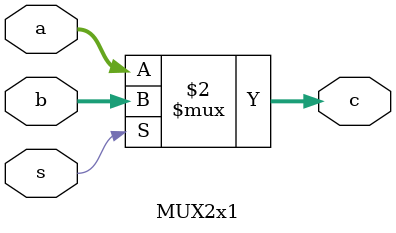
<source format=v>
module MUX2x1(input s,//select line 
input [31:0] a, b, 
output reg [31:0] c);

    always@(s, a, b)
    begin
        c <= s ? b : a ;
    end
endmodule
</source>
